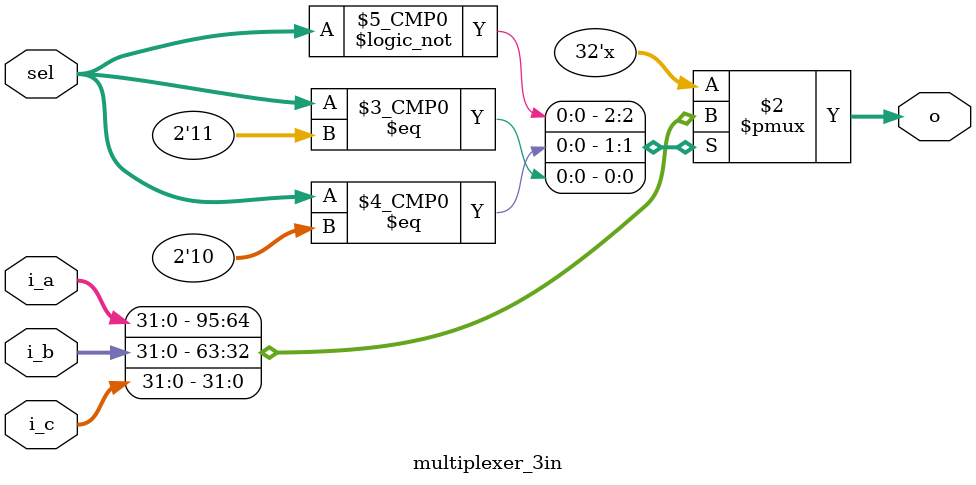
<source format=v>
module multiplexer_3in (i_a, i_b, i_c, sel, o);             
 
// parameters
parameter WIDTH = 32;

// input ports
input signed [WIDTH-1:0] i_a;
input signed [WIDTH-1:0] i_b;
input signed [WIDTH-1:0] i_c;

// control ports
input [1:0] sel;

// output ports
output reg signed [WIDTH-1:0] o;


always @(i_a or i_b or i_c or sel)
begin
	case (sel)
         2'b00 : o <= i_a;
         2'b10 : o <= i_b;
         2'b11 : o <= i_c;
     endcase
end
 
endmodule
 
</source>
